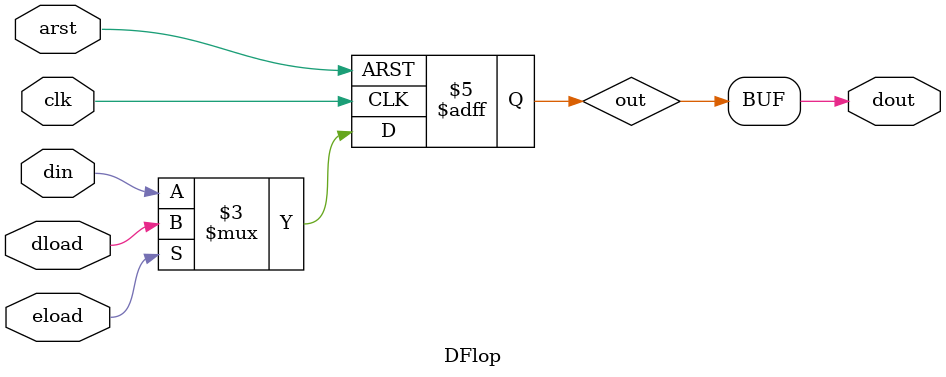
<source format=v>
`timescale 1ns / 1ps
module DFlop (
	input  arst  , // async reset        (most  priority - just    arst )
	input  clk   , // clock posedge
	input  din   , // data  in           (least priority - just    clk  )
	input  eload , // load  enable
	input  dload , // data  load         (mid    pririty - clk and eload)
	output dout    // data  out
);
	reg out;
	assign dout = out;
	always @ (posedge clk or posedge arst)
		if     (arst ) out = 0;
		else if(eload) out = dload;
		else           out = din;
	
endmodule

</source>
